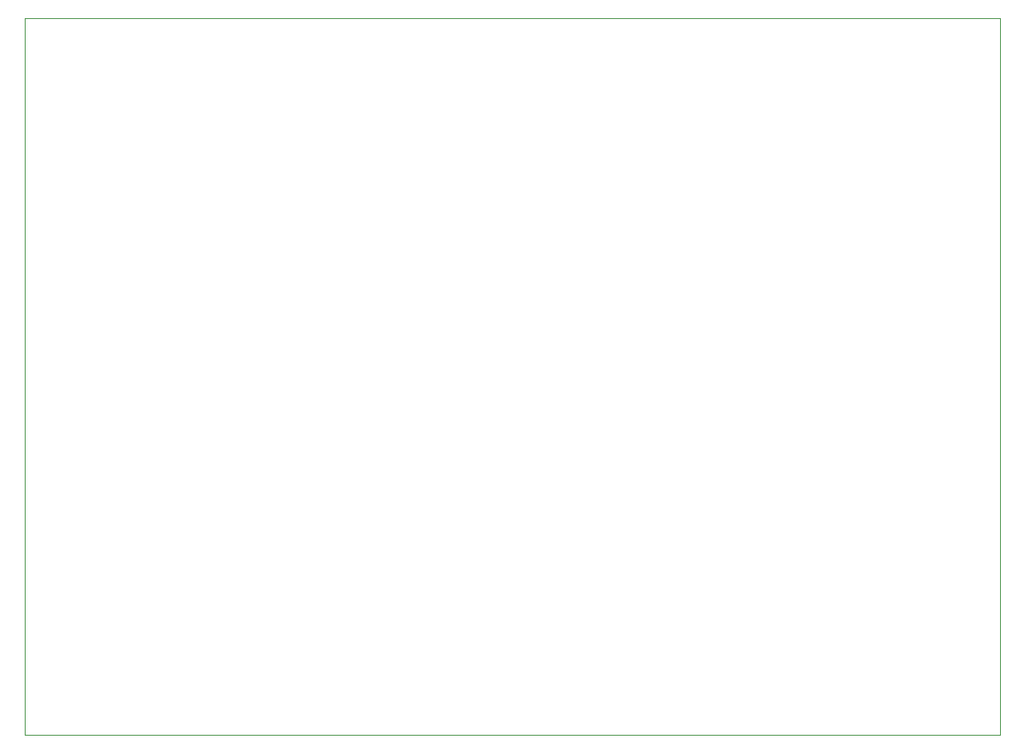
<source format=gko>
G04 Layer_Color=32768*
%FSLAX24Y24*%
%MOIN*%
G70*
G01*
G75*
%ADD206C,0.0010*%
D206*
X0Y28950D02*
X39370D01*
Y0D02*
Y28950D01*
X0Y0D02*
X39370D01*
X0D02*
Y28950D01*
M02*

</source>
